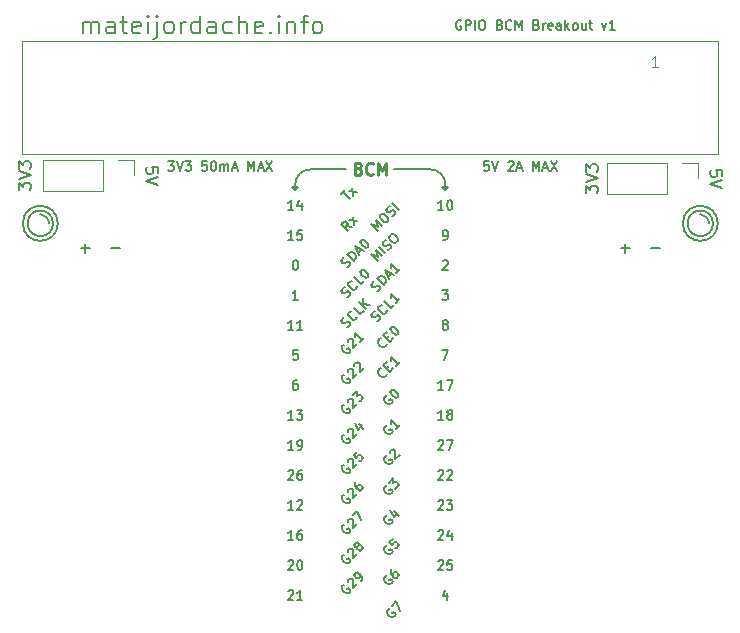
<source format=gbr>
G04 #@! TF.FileFunction,Legend,Top*
%FSLAX46Y46*%
G04 Gerber Fmt 4.6, Leading zero omitted, Abs format (unit mm)*
G04 Created by KiCad (PCBNEW 4.0.7-e2-6376~61~ubuntu18.04.1) date Thu Jan 17 03:08:45 2019*
%MOMM*%
%LPD*%
G01*
G04 APERTURE LIST*
%ADD10C,0.100000*%
%ADD11C,0.150000*%
%ADD12C,0.200000*%
%ADD13C,0.250000*%
%ADD14C,0.120000*%
G04 APERTURE END LIST*
D10*
D11*
X156083334Y-74745905D02*
X155702381Y-74745905D01*
X155664286Y-75126857D01*
X155702381Y-75088762D01*
X155778572Y-75050667D01*
X155969048Y-75050667D01*
X156045238Y-75088762D01*
X156083334Y-75126857D01*
X156121429Y-75203048D01*
X156121429Y-75393524D01*
X156083334Y-75469714D01*
X156045238Y-75507810D01*
X155969048Y-75545905D01*
X155778572Y-75545905D01*
X155702381Y-75507810D01*
X155664286Y-75469714D01*
X156350000Y-74745905D02*
X156616667Y-75545905D01*
X156883334Y-74745905D01*
X157721429Y-74822095D02*
X157759524Y-74784000D01*
X157835715Y-74745905D01*
X158026191Y-74745905D01*
X158102381Y-74784000D01*
X158140477Y-74822095D01*
X158178572Y-74898286D01*
X158178572Y-74974476D01*
X158140477Y-75088762D01*
X157683334Y-75545905D01*
X158178572Y-75545905D01*
X158483334Y-75317333D02*
X158864286Y-75317333D01*
X158407143Y-75545905D02*
X158673810Y-74745905D01*
X158940477Y-75545905D01*
X159816667Y-75545905D02*
X159816667Y-74745905D01*
X160083334Y-75317333D01*
X160350001Y-74745905D01*
X160350001Y-75545905D01*
X160692858Y-75317333D02*
X161073810Y-75317333D01*
X160616667Y-75545905D02*
X160883334Y-74745905D01*
X161150001Y-75545905D01*
X161340477Y-74745905D02*
X161873810Y-75545905D01*
X161873810Y-74745905D02*
X161340477Y-75545905D01*
X128930952Y-74745905D02*
X129426190Y-74745905D01*
X129159523Y-75050667D01*
X129273809Y-75050667D01*
X129349999Y-75088762D01*
X129388095Y-75126857D01*
X129426190Y-75203048D01*
X129426190Y-75393524D01*
X129388095Y-75469714D01*
X129349999Y-75507810D01*
X129273809Y-75545905D01*
X129045237Y-75545905D01*
X128969047Y-75507810D01*
X128930952Y-75469714D01*
X129654761Y-74745905D02*
X129921428Y-75545905D01*
X130188095Y-74745905D01*
X130378571Y-74745905D02*
X130873809Y-74745905D01*
X130607142Y-75050667D01*
X130721428Y-75050667D01*
X130797618Y-75088762D01*
X130835714Y-75126857D01*
X130873809Y-75203048D01*
X130873809Y-75393524D01*
X130835714Y-75469714D01*
X130797618Y-75507810D01*
X130721428Y-75545905D01*
X130492856Y-75545905D01*
X130416666Y-75507810D01*
X130378571Y-75469714D01*
X132207143Y-74745905D02*
X131826190Y-74745905D01*
X131788095Y-75126857D01*
X131826190Y-75088762D01*
X131902381Y-75050667D01*
X132092857Y-75050667D01*
X132169047Y-75088762D01*
X132207143Y-75126857D01*
X132245238Y-75203048D01*
X132245238Y-75393524D01*
X132207143Y-75469714D01*
X132169047Y-75507810D01*
X132092857Y-75545905D01*
X131902381Y-75545905D01*
X131826190Y-75507810D01*
X131788095Y-75469714D01*
X132740476Y-74745905D02*
X132816667Y-74745905D01*
X132892857Y-74784000D01*
X132930952Y-74822095D01*
X132969048Y-74898286D01*
X133007143Y-75050667D01*
X133007143Y-75241143D01*
X132969048Y-75393524D01*
X132930952Y-75469714D01*
X132892857Y-75507810D01*
X132816667Y-75545905D01*
X132740476Y-75545905D01*
X132664286Y-75507810D01*
X132626190Y-75469714D01*
X132588095Y-75393524D01*
X132550000Y-75241143D01*
X132550000Y-75050667D01*
X132588095Y-74898286D01*
X132626190Y-74822095D01*
X132664286Y-74784000D01*
X132740476Y-74745905D01*
X133350000Y-75545905D02*
X133350000Y-75012571D01*
X133350000Y-75088762D02*
X133388095Y-75050667D01*
X133464286Y-75012571D01*
X133578572Y-75012571D01*
X133654762Y-75050667D01*
X133692857Y-75126857D01*
X133692857Y-75545905D01*
X133692857Y-75126857D02*
X133730953Y-75050667D01*
X133807143Y-75012571D01*
X133921429Y-75012571D01*
X133997619Y-75050667D01*
X134035714Y-75126857D01*
X134035714Y-75545905D01*
X134378572Y-75317333D02*
X134759524Y-75317333D01*
X134302381Y-75545905D02*
X134569048Y-74745905D01*
X134835715Y-75545905D01*
X135711905Y-75545905D02*
X135711905Y-74745905D01*
X135978572Y-75317333D01*
X136245239Y-74745905D01*
X136245239Y-75545905D01*
X136588096Y-75317333D02*
X136969048Y-75317333D01*
X136511905Y-75545905D02*
X136778572Y-74745905D01*
X137045239Y-75545905D01*
X137235715Y-74745905D02*
X137769048Y-75545905D01*
X137769048Y-74745905D02*
X137235715Y-75545905D01*
D12*
X140970000Y-75438000D02*
X144018000Y-75438000D01*
X151130000Y-75438000D02*
X148082000Y-75438000D01*
X139446000Y-76962000D02*
X139700000Y-77216000D01*
X139954000Y-76962000D02*
X139446000Y-76962000D01*
X139700000Y-77216000D02*
X139954000Y-76962000D01*
X139700000Y-76708000D02*
X139700000Y-77216000D01*
X152400000Y-77216000D02*
X152400000Y-76962000D01*
X152146000Y-76962000D02*
X152400000Y-77216000D01*
X152654000Y-76962000D02*
X152146000Y-76962000D01*
X152400000Y-77216000D02*
X152654000Y-76962000D01*
X152400000Y-76708000D02*
X152400000Y-77216000D01*
X140970000Y-75438000D02*
G75*
G03X139700000Y-76708000I0J-1270000D01*
G01*
X152400000Y-76708000D02*
G75*
G03X151130000Y-75438000I-1270000J0D01*
G01*
X174752000Y-80010000D02*
G75*
G03X173990000Y-79248000I-762000J0D01*
G01*
X175067631Y-80010000D02*
G75*
G03X175067631Y-80010000I-1077631J0D01*
G01*
X175471062Y-80010000D02*
G75*
G03X175471062Y-80010000I-1481062J0D01*
G01*
X153734285Y-62846000D02*
X153658094Y-62807905D01*
X153543809Y-62807905D01*
X153429523Y-62846000D01*
X153353332Y-62922190D01*
X153315237Y-62998381D01*
X153277142Y-63150762D01*
X153277142Y-63265048D01*
X153315237Y-63417429D01*
X153353332Y-63493619D01*
X153429523Y-63569810D01*
X153543809Y-63607905D01*
X153619999Y-63607905D01*
X153734285Y-63569810D01*
X153772380Y-63531714D01*
X153772380Y-63265048D01*
X153619999Y-63265048D01*
X154115237Y-63607905D02*
X154115237Y-62807905D01*
X154419999Y-62807905D01*
X154496190Y-62846000D01*
X154534285Y-62884095D01*
X154572380Y-62960286D01*
X154572380Y-63074571D01*
X154534285Y-63150762D01*
X154496190Y-63188857D01*
X154419999Y-63226952D01*
X154115237Y-63226952D01*
X154915237Y-63607905D02*
X154915237Y-62807905D01*
X155448570Y-62807905D02*
X155600951Y-62807905D01*
X155677142Y-62846000D01*
X155753332Y-62922190D01*
X155791427Y-63074571D01*
X155791427Y-63341238D01*
X155753332Y-63493619D01*
X155677142Y-63569810D01*
X155600951Y-63607905D01*
X155448570Y-63607905D01*
X155372380Y-63569810D01*
X155296189Y-63493619D01*
X155258094Y-63341238D01*
X155258094Y-63074571D01*
X155296189Y-62922190D01*
X155372380Y-62846000D01*
X155448570Y-62807905D01*
X157010475Y-63188857D02*
X157124761Y-63226952D01*
X157162856Y-63265048D01*
X157200951Y-63341238D01*
X157200951Y-63455524D01*
X157162856Y-63531714D01*
X157124761Y-63569810D01*
X157048570Y-63607905D01*
X156743808Y-63607905D01*
X156743808Y-62807905D01*
X157010475Y-62807905D01*
X157086665Y-62846000D01*
X157124761Y-62884095D01*
X157162856Y-62960286D01*
X157162856Y-63036476D01*
X157124761Y-63112667D01*
X157086665Y-63150762D01*
X157010475Y-63188857D01*
X156743808Y-63188857D01*
X158000951Y-63531714D02*
X157962856Y-63569810D01*
X157848570Y-63607905D01*
X157772380Y-63607905D01*
X157658094Y-63569810D01*
X157581903Y-63493619D01*
X157543808Y-63417429D01*
X157505713Y-63265048D01*
X157505713Y-63150762D01*
X157543808Y-62998381D01*
X157581903Y-62922190D01*
X157658094Y-62846000D01*
X157772380Y-62807905D01*
X157848570Y-62807905D01*
X157962856Y-62846000D01*
X158000951Y-62884095D01*
X158343808Y-63607905D02*
X158343808Y-62807905D01*
X158610475Y-63379333D01*
X158877142Y-62807905D01*
X158877142Y-63607905D01*
X160134285Y-63188857D02*
X160248571Y-63226952D01*
X160286666Y-63265048D01*
X160324761Y-63341238D01*
X160324761Y-63455524D01*
X160286666Y-63531714D01*
X160248571Y-63569810D01*
X160172380Y-63607905D01*
X159867618Y-63607905D01*
X159867618Y-62807905D01*
X160134285Y-62807905D01*
X160210475Y-62846000D01*
X160248571Y-62884095D01*
X160286666Y-62960286D01*
X160286666Y-63036476D01*
X160248571Y-63112667D01*
X160210475Y-63150762D01*
X160134285Y-63188857D01*
X159867618Y-63188857D01*
X160667618Y-63607905D02*
X160667618Y-63074571D01*
X160667618Y-63226952D02*
X160705713Y-63150762D01*
X160743809Y-63112667D01*
X160819999Y-63074571D01*
X160896190Y-63074571D01*
X161467618Y-63569810D02*
X161391428Y-63607905D01*
X161239047Y-63607905D01*
X161162856Y-63569810D01*
X161124761Y-63493619D01*
X161124761Y-63188857D01*
X161162856Y-63112667D01*
X161239047Y-63074571D01*
X161391428Y-63074571D01*
X161467618Y-63112667D01*
X161505713Y-63188857D01*
X161505713Y-63265048D01*
X161124761Y-63341238D01*
X162191427Y-63607905D02*
X162191427Y-63188857D01*
X162153332Y-63112667D01*
X162077142Y-63074571D01*
X161924761Y-63074571D01*
X161848570Y-63112667D01*
X162191427Y-63569810D02*
X162115237Y-63607905D01*
X161924761Y-63607905D01*
X161848570Y-63569810D01*
X161810475Y-63493619D01*
X161810475Y-63417429D01*
X161848570Y-63341238D01*
X161924761Y-63303143D01*
X162115237Y-63303143D01*
X162191427Y-63265048D01*
X162572380Y-63607905D02*
X162572380Y-62807905D01*
X162648571Y-63303143D02*
X162877142Y-63607905D01*
X162877142Y-63074571D02*
X162572380Y-63379333D01*
X163334285Y-63607905D02*
X163258094Y-63569810D01*
X163219999Y-63531714D01*
X163181904Y-63455524D01*
X163181904Y-63226952D01*
X163219999Y-63150762D01*
X163258094Y-63112667D01*
X163334285Y-63074571D01*
X163448571Y-63074571D01*
X163524761Y-63112667D01*
X163562856Y-63150762D01*
X163600952Y-63226952D01*
X163600952Y-63455524D01*
X163562856Y-63531714D01*
X163524761Y-63569810D01*
X163448571Y-63607905D01*
X163334285Y-63607905D01*
X164286666Y-63074571D02*
X164286666Y-63607905D01*
X163943809Y-63074571D02*
X163943809Y-63493619D01*
X163981904Y-63569810D01*
X164058095Y-63607905D01*
X164172381Y-63607905D01*
X164248571Y-63569810D01*
X164286666Y-63531714D01*
X164553333Y-63074571D02*
X164858095Y-63074571D01*
X164667619Y-62807905D02*
X164667619Y-63493619D01*
X164705714Y-63569810D01*
X164781905Y-63607905D01*
X164858095Y-63607905D01*
X165658096Y-63074571D02*
X165848572Y-63607905D01*
X166039048Y-63074571D01*
X166762858Y-63607905D02*
X166305715Y-63607905D01*
X166534286Y-63607905D02*
X166534286Y-62807905D01*
X166458096Y-62922190D01*
X166381905Y-62998381D01*
X166305715Y-63036476D01*
X118872000Y-80010000D02*
G75*
G03X118110000Y-79248000I-762000J0D01*
G01*
X119187631Y-80010000D02*
G75*
G03X119187631Y-80010000I-1077631J0D01*
G01*
X119591062Y-80010000D02*
G75*
G03X119591062Y-80010000I-1481062J0D01*
G01*
D13*
X145050001Y-75366571D02*
X145192858Y-75414190D01*
X145240477Y-75461810D01*
X145288096Y-75557048D01*
X145288096Y-75699905D01*
X145240477Y-75795143D01*
X145192858Y-75842762D01*
X145097620Y-75890381D01*
X144716667Y-75890381D01*
X144716667Y-74890381D01*
X145050001Y-74890381D01*
X145145239Y-74938000D01*
X145192858Y-74985619D01*
X145240477Y-75080857D01*
X145240477Y-75176095D01*
X145192858Y-75271333D01*
X145145239Y-75318952D01*
X145050001Y-75366571D01*
X144716667Y-75366571D01*
X146288096Y-75795143D02*
X146240477Y-75842762D01*
X146097620Y-75890381D01*
X146002382Y-75890381D01*
X145859524Y-75842762D01*
X145764286Y-75747524D01*
X145716667Y-75652286D01*
X145669048Y-75461810D01*
X145669048Y-75318952D01*
X145716667Y-75128476D01*
X145764286Y-75033238D01*
X145859524Y-74938000D01*
X146002382Y-74890381D01*
X146097620Y-74890381D01*
X146240477Y-74938000D01*
X146288096Y-74985619D01*
X146716667Y-75890381D02*
X146716667Y-74890381D01*
X147050001Y-75604667D01*
X147383334Y-74890381D01*
X147383334Y-75890381D01*
D11*
X143852565Y-105517750D02*
X143771753Y-105544688D01*
X143690941Y-105625499D01*
X143637066Y-105733249D01*
X143637065Y-105840999D01*
X143664003Y-105921811D01*
X143744815Y-106056498D01*
X143825628Y-106137310D01*
X143960315Y-106218123D01*
X144041126Y-106245060D01*
X144148877Y-106245060D01*
X144256626Y-106191185D01*
X144310501Y-106137310D01*
X144364376Y-106029561D01*
X144364375Y-105975685D01*
X144175814Y-105787124D01*
X144068064Y-105894874D01*
X144121939Y-105302250D02*
X144121939Y-105248376D01*
X144148877Y-105167563D01*
X144283563Y-105032877D01*
X144364375Y-105005939D01*
X144418250Y-105005939D01*
X144499063Y-105032877D01*
X144552937Y-105086751D01*
X144606812Y-105194501D01*
X144606812Y-105840999D01*
X144956999Y-105490812D01*
X144579875Y-104736565D02*
X144956999Y-104359442D01*
X145280247Y-105167563D01*
X143852565Y-108057750D02*
X143771753Y-108084688D01*
X143690941Y-108165499D01*
X143637066Y-108273249D01*
X143637065Y-108380999D01*
X143664003Y-108461811D01*
X143744815Y-108596498D01*
X143825628Y-108677310D01*
X143960315Y-108758123D01*
X144041126Y-108785060D01*
X144148877Y-108785060D01*
X144256626Y-108731185D01*
X144310501Y-108677310D01*
X144364376Y-108569561D01*
X144364375Y-108515685D01*
X144175814Y-108327124D01*
X144068064Y-108434874D01*
X144121939Y-107842250D02*
X144121939Y-107788376D01*
X144148877Y-107707563D01*
X144283563Y-107572877D01*
X144364375Y-107545939D01*
X144418250Y-107545939D01*
X144499063Y-107572877D01*
X144552937Y-107626751D01*
X144606812Y-107734501D01*
X144606812Y-108380999D01*
X144956999Y-108030812D01*
X144956999Y-107384315D02*
X144876186Y-107411253D01*
X144822311Y-107411252D01*
X144741499Y-107384315D01*
X144714562Y-107357377D01*
X144687624Y-107276565D01*
X144687624Y-107222690D01*
X144714562Y-107141878D01*
X144822312Y-107034128D01*
X144903123Y-107007191D01*
X144956999Y-107007190D01*
X145037811Y-107034128D01*
X145064748Y-107061066D01*
X145091685Y-107141877D01*
X145091685Y-107195753D01*
X145064748Y-107276565D01*
X144956999Y-107384315D01*
X144930061Y-107465127D01*
X144930061Y-107519001D01*
X144956999Y-107599814D01*
X145064748Y-107707563D01*
X145145560Y-107734501D01*
X145199435Y-107734501D01*
X145280247Y-107707563D01*
X145387997Y-107599814D01*
X145414934Y-107519002D01*
X145414934Y-107465126D01*
X145387997Y-107384315D01*
X145280247Y-107276565D01*
X145199435Y-107249627D01*
X145145560Y-107249628D01*
X145064748Y-107276565D01*
X147423939Y-109820375D02*
X147343127Y-109847313D01*
X147262315Y-109928125D01*
X147208440Y-110035874D01*
X147208439Y-110143624D01*
X147235377Y-110224437D01*
X147316190Y-110359123D01*
X147397002Y-110439936D01*
X147531689Y-110520748D01*
X147612501Y-110547685D01*
X147720251Y-110547685D01*
X147828001Y-110493810D01*
X147881875Y-110439936D01*
X147935750Y-110332186D01*
X147935750Y-110278311D01*
X147747188Y-110089750D01*
X147639439Y-110197499D01*
X147908812Y-109281628D02*
X147801063Y-109389377D01*
X147774126Y-109470189D01*
X147774126Y-109524064D01*
X147801063Y-109658751D01*
X147881875Y-109793438D01*
X148097374Y-110008937D01*
X148178186Y-110035874D01*
X148232061Y-110035875D01*
X148312874Y-110008937D01*
X148420623Y-109901188D01*
X148447561Y-109820376D01*
X148447561Y-109766500D01*
X148420623Y-109685688D01*
X148285936Y-109551001D01*
X148205124Y-109524064D01*
X148151249Y-109524064D01*
X148070437Y-109551001D01*
X147962688Y-109658751D01*
X147935750Y-109739563D01*
X147935750Y-109793438D01*
X147962688Y-109874250D01*
X147423939Y-107280375D02*
X147343127Y-107307313D01*
X147262315Y-107388125D01*
X147208440Y-107495874D01*
X147208439Y-107603624D01*
X147235377Y-107684437D01*
X147316190Y-107819123D01*
X147397002Y-107899936D01*
X147531689Y-107980748D01*
X147612501Y-108007685D01*
X147720251Y-108007685D01*
X147828001Y-107953810D01*
X147881875Y-107899936D01*
X147935750Y-107792186D01*
X147935750Y-107738311D01*
X147747188Y-107549750D01*
X147639439Y-107657499D01*
X147935750Y-106714690D02*
X147666376Y-106984064D01*
X147908812Y-107280375D01*
X147908812Y-107226501D01*
X147935750Y-107145688D01*
X148070437Y-107011001D01*
X148151249Y-106984064D01*
X148205124Y-106984064D01*
X148285936Y-107011001D01*
X148420623Y-107145688D01*
X148447561Y-107226500D01*
X148447561Y-107280376D01*
X148420623Y-107361188D01*
X148285936Y-107495874D01*
X148205124Y-107522812D01*
X148151249Y-107522812D01*
X147423939Y-104740375D02*
X147343127Y-104767313D01*
X147262315Y-104848125D01*
X147208440Y-104955874D01*
X147208439Y-105063624D01*
X147235377Y-105144437D01*
X147316190Y-105279123D01*
X147397002Y-105359936D01*
X147531689Y-105440748D01*
X147612501Y-105467685D01*
X147720251Y-105467685D01*
X147828001Y-105413810D01*
X147881875Y-105359936D01*
X147935750Y-105252186D01*
X147935750Y-105198311D01*
X147747188Y-105009750D01*
X147639439Y-105117499D01*
X148097374Y-104390189D02*
X148474498Y-104767313D01*
X147747188Y-104309377D02*
X148016562Y-104848125D01*
X148366748Y-104497939D01*
X143852565Y-102977750D02*
X143771753Y-103004688D01*
X143690941Y-103085499D01*
X143637066Y-103193249D01*
X143637065Y-103300999D01*
X143664003Y-103381811D01*
X143744815Y-103516498D01*
X143825628Y-103597310D01*
X143960315Y-103678123D01*
X144041126Y-103705060D01*
X144148877Y-103705060D01*
X144256626Y-103651185D01*
X144310501Y-103597310D01*
X144364376Y-103489561D01*
X144364375Y-103435685D01*
X144175814Y-103247124D01*
X144068064Y-103354874D01*
X144121939Y-102762250D02*
X144121939Y-102708376D01*
X144148877Y-102627563D01*
X144283563Y-102492877D01*
X144364375Y-102465939D01*
X144418250Y-102465939D01*
X144499063Y-102492877D01*
X144552937Y-102546751D01*
X144606812Y-102654501D01*
X144606812Y-103300999D01*
X144956999Y-102950812D01*
X144876186Y-101900254D02*
X144768437Y-102008004D01*
X144741499Y-102088815D01*
X144741499Y-102142690D01*
X144768437Y-102277377D01*
X144849249Y-102412064D01*
X145064748Y-102627563D01*
X145145560Y-102654501D01*
X145199435Y-102654501D01*
X145280247Y-102627563D01*
X145387997Y-102519814D01*
X145414934Y-102439002D01*
X145414934Y-102385126D01*
X145387997Y-102304315D01*
X145253310Y-102169628D01*
X145172498Y-102142690D01*
X145118623Y-102142690D01*
X145037811Y-102169628D01*
X144930061Y-102277377D01*
X144903123Y-102358190D01*
X144903123Y-102412064D01*
X144930061Y-102492877D01*
X139547619Y-104247905D02*
X139090476Y-104247905D01*
X139319047Y-104247905D02*
X139319047Y-103447905D01*
X139242857Y-103562190D01*
X139166666Y-103638381D01*
X139090476Y-103676476D01*
X139852381Y-103524095D02*
X139890476Y-103486000D01*
X139966667Y-103447905D01*
X140157143Y-103447905D01*
X140233333Y-103486000D01*
X140271429Y-103524095D01*
X140309524Y-103600286D01*
X140309524Y-103676476D01*
X140271429Y-103790762D01*
X139814286Y-104247905D01*
X140309524Y-104247905D01*
X139547619Y-106787905D02*
X139090476Y-106787905D01*
X139319047Y-106787905D02*
X139319047Y-105987905D01*
X139242857Y-106102190D01*
X139166666Y-106178381D01*
X139090476Y-106216476D01*
X140233333Y-105987905D02*
X140080952Y-105987905D01*
X140004762Y-106026000D01*
X139966667Y-106064095D01*
X139890476Y-106178381D01*
X139852381Y-106330762D01*
X139852381Y-106635524D01*
X139890476Y-106711714D01*
X139928571Y-106749810D01*
X140004762Y-106787905D01*
X140157143Y-106787905D01*
X140233333Y-106749810D01*
X140271429Y-106711714D01*
X140309524Y-106635524D01*
X140309524Y-106445048D01*
X140271429Y-106368857D01*
X140233333Y-106330762D01*
X140157143Y-106292667D01*
X140004762Y-106292667D01*
X139928571Y-106330762D01*
X139890476Y-106368857D01*
X139852381Y-106445048D01*
X139090476Y-108604095D02*
X139128571Y-108566000D01*
X139204762Y-108527905D01*
X139395238Y-108527905D01*
X139471428Y-108566000D01*
X139509524Y-108604095D01*
X139547619Y-108680286D01*
X139547619Y-108756476D01*
X139509524Y-108870762D01*
X139052381Y-109327905D01*
X139547619Y-109327905D01*
X140042857Y-108527905D02*
X140119048Y-108527905D01*
X140195238Y-108566000D01*
X140233333Y-108604095D01*
X140271429Y-108680286D01*
X140309524Y-108832667D01*
X140309524Y-109023143D01*
X140271429Y-109175524D01*
X140233333Y-109251714D01*
X140195238Y-109289810D01*
X140119048Y-109327905D01*
X140042857Y-109327905D01*
X139966667Y-109289810D01*
X139928571Y-109251714D01*
X139890476Y-109175524D01*
X139852381Y-109023143D01*
X139852381Y-108832667D01*
X139890476Y-108680286D01*
X139928571Y-108604095D01*
X139966667Y-108566000D01*
X140042857Y-108527905D01*
X139090476Y-111144095D02*
X139128571Y-111106000D01*
X139204762Y-111067905D01*
X139395238Y-111067905D01*
X139471428Y-111106000D01*
X139509524Y-111144095D01*
X139547619Y-111220286D01*
X139547619Y-111296476D01*
X139509524Y-111410762D01*
X139052381Y-111867905D01*
X139547619Y-111867905D01*
X140309524Y-111867905D02*
X139852381Y-111867905D01*
X140080952Y-111867905D02*
X140080952Y-111067905D01*
X140004762Y-111182190D01*
X139928571Y-111258381D01*
X139852381Y-111296476D01*
X143852565Y-110597750D02*
X143771753Y-110624688D01*
X143690941Y-110705499D01*
X143637066Y-110813249D01*
X143637065Y-110920999D01*
X143664003Y-111001811D01*
X143744815Y-111136498D01*
X143825628Y-111217310D01*
X143960315Y-111298123D01*
X144041126Y-111325060D01*
X144148877Y-111325060D01*
X144256626Y-111271185D01*
X144310501Y-111217310D01*
X144364376Y-111109561D01*
X144364375Y-111055685D01*
X144175814Y-110867124D01*
X144068064Y-110974874D01*
X144121939Y-110382250D02*
X144121939Y-110328376D01*
X144148877Y-110247563D01*
X144283563Y-110112877D01*
X144364375Y-110085939D01*
X144418250Y-110085939D01*
X144499063Y-110112877D01*
X144552937Y-110166751D01*
X144606812Y-110274501D01*
X144606812Y-110920999D01*
X144956999Y-110570812D01*
X145226372Y-110301439D02*
X145334122Y-110193689D01*
X145361060Y-110112877D01*
X145361059Y-110059001D01*
X145334123Y-109924315D01*
X145253310Y-109789628D01*
X145037811Y-109574128D01*
X144956999Y-109547190D01*
X144903123Y-109547191D01*
X144822312Y-109574128D01*
X144714562Y-109681878D01*
X144687624Y-109762690D01*
X144687624Y-109816565D01*
X144714562Y-109897377D01*
X144849249Y-110032064D01*
X144930061Y-110059001D01*
X144983936Y-110059002D01*
X145064748Y-110032064D01*
X145172498Y-109924315D01*
X145199435Y-109843503D01*
X145199435Y-109789627D01*
X145172498Y-109708815D01*
X147677939Y-112614375D02*
X147597127Y-112641313D01*
X147516315Y-112722125D01*
X147462440Y-112829874D01*
X147462439Y-112937624D01*
X147489377Y-113018437D01*
X147570190Y-113153123D01*
X147651002Y-113233936D01*
X147785689Y-113314748D01*
X147866501Y-113341685D01*
X147974251Y-113341685D01*
X148082001Y-113287810D01*
X148135875Y-113233936D01*
X148189750Y-113126186D01*
X148189750Y-113072311D01*
X148001188Y-112883750D01*
X147893439Y-112991499D01*
X147866501Y-112371939D02*
X148243625Y-111994815D01*
X148566874Y-112802937D01*
X152552381Y-111334571D02*
X152552381Y-111867905D01*
X152361905Y-111029810D02*
X152171429Y-111601238D01*
X152666667Y-111601238D01*
X151790476Y-108604095D02*
X151828571Y-108566000D01*
X151904762Y-108527905D01*
X152095238Y-108527905D01*
X152171428Y-108566000D01*
X152209524Y-108604095D01*
X152247619Y-108680286D01*
X152247619Y-108756476D01*
X152209524Y-108870762D01*
X151752381Y-109327905D01*
X152247619Y-109327905D01*
X152971429Y-108527905D02*
X152590476Y-108527905D01*
X152552381Y-108908857D01*
X152590476Y-108870762D01*
X152666667Y-108832667D01*
X152857143Y-108832667D01*
X152933333Y-108870762D01*
X152971429Y-108908857D01*
X153009524Y-108985048D01*
X153009524Y-109175524D01*
X152971429Y-109251714D01*
X152933333Y-109289810D01*
X152857143Y-109327905D01*
X152666667Y-109327905D01*
X152590476Y-109289810D01*
X152552381Y-109251714D01*
X151790476Y-106064095D02*
X151828571Y-106026000D01*
X151904762Y-105987905D01*
X152095238Y-105987905D01*
X152171428Y-106026000D01*
X152209524Y-106064095D01*
X152247619Y-106140286D01*
X152247619Y-106216476D01*
X152209524Y-106330762D01*
X151752381Y-106787905D01*
X152247619Y-106787905D01*
X152933333Y-106254571D02*
X152933333Y-106787905D01*
X152742857Y-105949810D02*
X152552381Y-106521238D01*
X153047619Y-106521238D01*
X151790476Y-103524095D02*
X151828571Y-103486000D01*
X151904762Y-103447905D01*
X152095238Y-103447905D01*
X152171428Y-103486000D01*
X152209524Y-103524095D01*
X152247619Y-103600286D01*
X152247619Y-103676476D01*
X152209524Y-103790762D01*
X151752381Y-104247905D01*
X152247619Y-104247905D01*
X152514286Y-103447905D02*
X153009524Y-103447905D01*
X152742857Y-103752667D01*
X152857143Y-103752667D01*
X152933333Y-103790762D01*
X152971429Y-103828857D01*
X153009524Y-103905048D01*
X153009524Y-104095524D01*
X152971429Y-104171714D01*
X152933333Y-104209810D01*
X152857143Y-104247905D01*
X152628571Y-104247905D01*
X152552381Y-104209810D01*
X152514286Y-104171714D01*
X151790476Y-100984095D02*
X151828571Y-100946000D01*
X151904762Y-100907905D01*
X152095238Y-100907905D01*
X152171428Y-100946000D01*
X152209524Y-100984095D01*
X152247619Y-101060286D01*
X152247619Y-101136476D01*
X152209524Y-101250762D01*
X151752381Y-101707905D01*
X152247619Y-101707905D01*
X152552381Y-100984095D02*
X152590476Y-100946000D01*
X152666667Y-100907905D01*
X152857143Y-100907905D01*
X152933333Y-100946000D01*
X152971429Y-100984095D01*
X153009524Y-101060286D01*
X153009524Y-101136476D01*
X152971429Y-101250762D01*
X152514286Y-101707905D01*
X153009524Y-101707905D01*
X152171429Y-83204095D02*
X152209524Y-83166000D01*
X152285715Y-83127905D01*
X152476191Y-83127905D01*
X152552381Y-83166000D01*
X152590477Y-83204095D01*
X152628572Y-83280286D01*
X152628572Y-83356476D01*
X152590477Y-83470762D01*
X152133334Y-83927905D01*
X152628572Y-83927905D01*
X152247619Y-81387905D02*
X152400000Y-81387905D01*
X152476191Y-81349810D01*
X152514286Y-81311714D01*
X152590477Y-81197429D01*
X152628572Y-81045048D01*
X152628572Y-80740286D01*
X152590477Y-80664095D01*
X152552381Y-80626000D01*
X152476191Y-80587905D01*
X152323810Y-80587905D01*
X152247619Y-80626000D01*
X152209524Y-80664095D01*
X152171429Y-80740286D01*
X152171429Y-80930762D01*
X152209524Y-81006952D01*
X152247619Y-81045048D01*
X152323810Y-81083143D01*
X152476191Y-81083143D01*
X152552381Y-81045048D01*
X152590477Y-81006952D01*
X152628572Y-80930762D01*
X152247619Y-78847905D02*
X151790476Y-78847905D01*
X152019047Y-78847905D02*
X152019047Y-78047905D01*
X151942857Y-78162190D01*
X151866666Y-78238381D01*
X151790476Y-78276476D01*
X152742857Y-78047905D02*
X152819048Y-78047905D01*
X152895238Y-78086000D01*
X152933333Y-78124095D01*
X152971429Y-78200286D01*
X153009524Y-78352667D01*
X153009524Y-78543143D01*
X152971429Y-78695524D01*
X152933333Y-78771714D01*
X152895238Y-78809810D01*
X152819048Y-78847905D01*
X152742857Y-78847905D01*
X152666667Y-78809810D01*
X152628571Y-78771714D01*
X152590476Y-78695524D01*
X152552381Y-78543143D01*
X152552381Y-78352667D01*
X152590476Y-78200286D01*
X152628571Y-78124095D01*
X152666667Y-78086000D01*
X152742857Y-78047905D01*
X146686971Y-80646840D02*
X146121286Y-80081154D01*
X146713908Y-80296653D01*
X146498410Y-79704030D01*
X147064095Y-80269716D01*
X146875533Y-79326907D02*
X146983283Y-79219157D01*
X147064095Y-79192219D01*
X147171844Y-79192219D01*
X147306531Y-79273032D01*
X147495093Y-79461594D01*
X147575905Y-79596281D01*
X147575906Y-79704030D01*
X147548968Y-79784843D01*
X147441219Y-79892592D01*
X147360407Y-79919530D01*
X147252657Y-79919530D01*
X147117970Y-79838717D01*
X146929408Y-79650155D01*
X146848595Y-79515468D01*
X146848596Y-79407719D01*
X146875533Y-79326907D01*
X147872217Y-79407719D02*
X147979967Y-79353844D01*
X148114654Y-79219157D01*
X148141591Y-79138346D01*
X148141591Y-79084470D01*
X148114654Y-79003658D01*
X148060778Y-78949783D01*
X147979967Y-78922846D01*
X147926092Y-78922846D01*
X147845279Y-78949783D01*
X147710592Y-79030595D01*
X147629780Y-79057533D01*
X147575905Y-79057533D01*
X147495093Y-79030595D01*
X147441219Y-78976721D01*
X147414281Y-78895908D01*
X147414281Y-78842034D01*
X147441219Y-78761222D01*
X147575905Y-78626535D01*
X147683655Y-78572659D01*
X148464840Y-78868971D02*
X147899154Y-78303286D01*
X146686971Y-83186840D02*
X146121286Y-82621154D01*
X146713908Y-82836653D01*
X146498410Y-82244030D01*
X147064095Y-82809716D01*
X147333469Y-82540342D02*
X146767784Y-81974657D01*
X147548968Y-82270968D02*
X147656718Y-82217093D01*
X147791405Y-82082406D01*
X147818342Y-82001595D01*
X147818342Y-81947719D01*
X147791405Y-81866907D01*
X147737530Y-81813032D01*
X147656718Y-81786095D01*
X147602843Y-81786095D01*
X147522030Y-81813032D01*
X147387343Y-81893844D01*
X147306531Y-81920782D01*
X147252657Y-81920782D01*
X147171844Y-81893844D01*
X147117970Y-81839970D01*
X147091032Y-81759157D01*
X147091032Y-81705283D01*
X147117970Y-81624470D01*
X147252657Y-81489784D01*
X147360406Y-81435908D01*
X147683655Y-81058785D02*
X147791405Y-80951035D01*
X147872217Y-80924097D01*
X147979966Y-80924097D01*
X148114653Y-81004910D01*
X148303215Y-81193472D01*
X148384027Y-81328159D01*
X148384028Y-81435908D01*
X148357090Y-81516721D01*
X148249341Y-81624470D01*
X148168529Y-81651408D01*
X148060778Y-81651408D01*
X147926092Y-81570595D01*
X147737530Y-81382033D01*
X147656717Y-81247346D01*
X147656718Y-81139597D01*
X147683655Y-81058785D01*
X146592690Y-85767246D02*
X146700440Y-85713371D01*
X146835127Y-85578684D01*
X146862064Y-85497872D01*
X146862064Y-85443996D01*
X146835127Y-85363185D01*
X146781252Y-85309310D01*
X146700440Y-85282372D01*
X146646565Y-85282373D01*
X146565753Y-85309310D01*
X146431066Y-85390122D01*
X146350253Y-85417060D01*
X146296379Y-85417060D01*
X146215566Y-85390122D01*
X146161692Y-85336247D01*
X146134754Y-85255435D01*
X146134754Y-85201561D01*
X146161692Y-85120748D01*
X146296379Y-84986061D01*
X146404128Y-84932186D01*
X147185313Y-85228498D02*
X146619628Y-84662812D01*
X146754315Y-84528126D01*
X146862064Y-84474250D01*
X146969814Y-84474250D01*
X147050626Y-84501188D01*
X147185313Y-84582000D01*
X147266126Y-84662812D01*
X147346938Y-84797499D01*
X147373875Y-84878311D01*
X147373875Y-84986061D01*
X147320000Y-85093811D01*
X147185313Y-85228498D01*
X147562437Y-84528125D02*
X147831810Y-84258751D01*
X147670186Y-84743625D02*
X147293063Y-83989377D01*
X148047310Y-84366501D01*
X148532183Y-83881628D02*
X148208934Y-84204877D01*
X148370558Y-84043253D02*
X147804873Y-83477567D01*
X147831810Y-83612253D01*
X147831810Y-83720004D01*
X147804873Y-83800815D01*
X151790476Y-98444095D02*
X151828571Y-98406000D01*
X151904762Y-98367905D01*
X152095238Y-98367905D01*
X152171428Y-98406000D01*
X152209524Y-98444095D01*
X152247619Y-98520286D01*
X152247619Y-98596476D01*
X152209524Y-98710762D01*
X151752381Y-99167905D01*
X152247619Y-99167905D01*
X152514286Y-98367905D02*
X153047619Y-98367905D01*
X152704762Y-99167905D01*
X152247619Y-96627905D02*
X151790476Y-96627905D01*
X152019047Y-96627905D02*
X152019047Y-95827905D01*
X151942857Y-95942190D01*
X151866666Y-96018381D01*
X151790476Y-96056476D01*
X152704762Y-96170762D02*
X152628571Y-96132667D01*
X152590476Y-96094571D01*
X152552381Y-96018381D01*
X152552381Y-95980286D01*
X152590476Y-95904095D01*
X152628571Y-95866000D01*
X152704762Y-95827905D01*
X152857143Y-95827905D01*
X152933333Y-95866000D01*
X152971429Y-95904095D01*
X153009524Y-95980286D01*
X153009524Y-96018381D01*
X152971429Y-96094571D01*
X152933333Y-96132667D01*
X152857143Y-96170762D01*
X152704762Y-96170762D01*
X152628571Y-96208857D01*
X152590476Y-96246952D01*
X152552381Y-96323143D01*
X152552381Y-96475524D01*
X152590476Y-96551714D01*
X152628571Y-96589810D01*
X152704762Y-96627905D01*
X152857143Y-96627905D01*
X152933333Y-96589810D01*
X152971429Y-96551714D01*
X153009524Y-96475524D01*
X153009524Y-96323143D01*
X152971429Y-96246952D01*
X152933333Y-96208857D01*
X152857143Y-96170762D01*
X152247619Y-94087905D02*
X151790476Y-94087905D01*
X152019047Y-94087905D02*
X152019047Y-93287905D01*
X151942857Y-93402190D01*
X151866666Y-93478381D01*
X151790476Y-93516476D01*
X152514286Y-93287905D02*
X153047619Y-93287905D01*
X152704762Y-94087905D01*
X152133334Y-90747905D02*
X152666667Y-90747905D01*
X152323810Y-91547905D01*
X152323810Y-88550762D02*
X152247619Y-88512667D01*
X152209524Y-88474571D01*
X152171429Y-88398381D01*
X152171429Y-88360286D01*
X152209524Y-88284095D01*
X152247619Y-88246000D01*
X152323810Y-88207905D01*
X152476191Y-88207905D01*
X152552381Y-88246000D01*
X152590477Y-88284095D01*
X152628572Y-88360286D01*
X152628572Y-88398381D01*
X152590477Y-88474571D01*
X152552381Y-88512667D01*
X152476191Y-88550762D01*
X152323810Y-88550762D01*
X152247619Y-88588857D01*
X152209524Y-88626952D01*
X152171429Y-88703143D01*
X152171429Y-88855524D01*
X152209524Y-88931714D01*
X152247619Y-88969810D01*
X152323810Y-89007905D01*
X152476191Y-89007905D01*
X152552381Y-88969810D01*
X152590477Y-88931714D01*
X152628572Y-88855524D01*
X152628572Y-88703143D01*
X152590477Y-88626952D01*
X152552381Y-88588857D01*
X152476191Y-88550762D01*
X152133334Y-85667905D02*
X152628572Y-85667905D01*
X152361905Y-85972667D01*
X152476191Y-85972667D01*
X152552381Y-86010762D01*
X152590477Y-86048857D01*
X152628572Y-86125048D01*
X152628572Y-86315524D01*
X152590477Y-86391714D01*
X152552381Y-86429810D01*
X152476191Y-86467905D01*
X152247619Y-86467905D01*
X152171429Y-86429810D01*
X152133334Y-86391714D01*
X147423939Y-102200375D02*
X147343127Y-102227313D01*
X147262315Y-102308125D01*
X147208440Y-102415874D01*
X147208439Y-102523624D01*
X147235377Y-102604437D01*
X147316190Y-102739123D01*
X147397002Y-102819936D01*
X147531689Y-102900748D01*
X147612501Y-102927685D01*
X147720251Y-102927685D01*
X147828001Y-102873810D01*
X147881875Y-102819936D01*
X147935750Y-102712186D01*
X147935750Y-102658311D01*
X147747188Y-102469750D01*
X147639439Y-102577499D01*
X147612501Y-101957939D02*
X147962688Y-101607753D01*
X147989625Y-102011814D01*
X148070437Y-101931001D01*
X148151249Y-101904064D01*
X148205124Y-101904064D01*
X148285936Y-101931001D01*
X148420623Y-102065688D01*
X148447561Y-102146500D01*
X148447561Y-102200376D01*
X148420623Y-102281188D01*
X148258999Y-102442812D01*
X148178187Y-102469750D01*
X148124312Y-102469749D01*
X147423939Y-99660375D02*
X147343127Y-99687313D01*
X147262315Y-99768125D01*
X147208440Y-99875874D01*
X147208439Y-99983624D01*
X147235377Y-100064437D01*
X147316190Y-100199123D01*
X147397002Y-100279936D01*
X147531689Y-100360748D01*
X147612501Y-100387685D01*
X147720251Y-100387685D01*
X147828001Y-100333810D01*
X147881875Y-100279936D01*
X147935750Y-100172186D01*
X147935750Y-100118311D01*
X147747188Y-99929750D01*
X147639439Y-100037499D01*
X147693313Y-99444876D02*
X147693313Y-99391001D01*
X147720251Y-99310189D01*
X147854938Y-99175502D01*
X147935750Y-99148565D01*
X147989625Y-99148564D01*
X148070437Y-99175502D01*
X148124312Y-99229377D01*
X148178187Y-99337126D01*
X148178187Y-99983624D01*
X148528373Y-99633438D01*
X147423939Y-97120375D02*
X147343127Y-97147313D01*
X147262315Y-97228125D01*
X147208440Y-97335874D01*
X147208439Y-97443624D01*
X147235377Y-97524437D01*
X147316190Y-97659123D01*
X147397002Y-97739936D01*
X147531689Y-97820748D01*
X147612501Y-97847685D01*
X147720251Y-97847685D01*
X147828001Y-97793810D01*
X147881875Y-97739936D01*
X147935750Y-97632186D01*
X147935750Y-97578311D01*
X147747188Y-97389750D01*
X147639439Y-97497499D01*
X148528373Y-97093438D02*
X148205124Y-97416687D01*
X148366748Y-97255063D02*
X147801063Y-96689377D01*
X147828000Y-96824064D01*
X147828000Y-96931814D01*
X147801063Y-97012626D01*
X147423939Y-94580375D02*
X147343127Y-94607313D01*
X147262315Y-94688125D01*
X147208440Y-94795874D01*
X147208439Y-94903624D01*
X147235377Y-94984437D01*
X147316190Y-95119123D01*
X147397002Y-95199936D01*
X147531689Y-95280748D01*
X147612501Y-95307685D01*
X147720251Y-95307685D01*
X147828001Y-95253810D01*
X147881875Y-95199936D01*
X147935750Y-95092186D01*
X147935750Y-95038311D01*
X147747188Y-94849750D01*
X147639439Y-94957499D01*
X147774126Y-94176315D02*
X147828001Y-94122439D01*
X147908812Y-94095502D01*
X147962687Y-94095502D01*
X148043500Y-94122439D01*
X148178187Y-94203252D01*
X148312874Y-94337939D01*
X148393686Y-94472626D01*
X148420623Y-94553438D01*
X148420623Y-94607313D01*
X148393686Y-94688125D01*
X148339811Y-94742000D01*
X148258999Y-94768937D01*
X148205123Y-94768937D01*
X148124312Y-94742000D01*
X147989625Y-94661188D01*
X147854938Y-94526501D01*
X147774126Y-94391814D01*
X147747188Y-94311001D01*
X147747188Y-94257126D01*
X147774126Y-94176315D01*
X147425844Y-92754216D02*
X147425845Y-92808092D01*
X147371970Y-92915841D01*
X147318095Y-92969716D01*
X147210346Y-93023591D01*
X147102595Y-93023591D01*
X147021784Y-92996654D01*
X146887097Y-92915841D01*
X146806284Y-92835029D01*
X146725472Y-92700342D01*
X146698534Y-92619530D01*
X146698535Y-92511780D01*
X146752410Y-92404030D01*
X146806284Y-92350156D01*
X146914034Y-92296281D01*
X146967908Y-92296281D01*
X147425844Y-92269343D02*
X147614406Y-92080781D01*
X147991530Y-92296281D02*
X147722156Y-92565655D01*
X147156470Y-91999970D01*
X147425845Y-91730595D01*
X148530278Y-91757532D02*
X148207030Y-92080781D01*
X148368654Y-91919157D02*
X147802968Y-91353472D01*
X147829905Y-91488158D01*
X147829905Y-91595908D01*
X147802968Y-91676720D01*
X147425844Y-90214216D02*
X147425845Y-90268092D01*
X147371970Y-90375841D01*
X147318095Y-90429716D01*
X147210346Y-90483591D01*
X147102595Y-90483591D01*
X147021784Y-90456654D01*
X146887097Y-90375841D01*
X146806284Y-90295029D01*
X146725472Y-90160342D01*
X146698534Y-90079530D01*
X146698535Y-89971780D01*
X146752410Y-89864030D01*
X146806284Y-89810156D01*
X146914034Y-89756281D01*
X146967908Y-89756281D01*
X147425844Y-89729343D02*
X147614406Y-89540781D01*
X147991530Y-89756281D02*
X147722156Y-90025655D01*
X147156470Y-89459970D01*
X147425845Y-89190595D01*
X147776031Y-88840409D02*
X147829906Y-88786534D01*
X147910718Y-88759597D01*
X147964592Y-88759597D01*
X148045405Y-88786534D01*
X148180092Y-88867346D01*
X148314779Y-89002033D01*
X148395592Y-89136720D01*
X148422528Y-89217532D01*
X148422529Y-89271408D01*
X148395592Y-89352219D01*
X148341716Y-89406095D01*
X148260905Y-89433032D01*
X148207029Y-89433032D01*
X148126217Y-89406095D01*
X147991530Y-89325282D01*
X147856843Y-89190595D01*
X147776031Y-89055908D01*
X147749093Y-88975096D01*
X147749094Y-88921221D01*
X147776031Y-88840409D01*
X146606159Y-88293777D02*
X146713909Y-88239902D01*
X146848596Y-88105215D01*
X146875533Y-88024403D01*
X146875533Y-87970527D01*
X146848596Y-87889716D01*
X146794721Y-87835841D01*
X146713909Y-87808903D01*
X146660034Y-87808904D01*
X146579222Y-87835841D01*
X146444535Y-87916653D01*
X146363722Y-87943591D01*
X146309848Y-87943591D01*
X146229035Y-87916653D01*
X146175161Y-87862778D01*
X146148223Y-87781966D01*
X146148223Y-87728092D01*
X146175161Y-87647279D01*
X146309848Y-87512592D01*
X146417597Y-87458717D01*
X147468156Y-87377905D02*
X147468157Y-87431780D01*
X147414281Y-87539530D01*
X147360407Y-87593404D01*
X147252657Y-87647279D01*
X147144907Y-87647279D01*
X147064095Y-87620342D01*
X146929408Y-87539530D01*
X146848596Y-87458717D01*
X146767784Y-87324030D01*
X146740846Y-87243218D01*
X146740846Y-87135468D01*
X146794721Y-87027719D01*
X146848596Y-86973844D01*
X146956346Y-86919969D01*
X147010220Y-86919969D01*
X148033842Y-86919969D02*
X147764468Y-87189343D01*
X147198782Y-86623658D01*
X148518715Y-86435096D02*
X148195466Y-86758345D01*
X148357090Y-86596721D02*
X147791405Y-86031035D01*
X147818342Y-86165722D01*
X147818342Y-86273472D01*
X147791405Y-86354284D01*
X139852381Y-93287905D02*
X139700000Y-93287905D01*
X139623810Y-93326000D01*
X139585715Y-93364095D01*
X139509524Y-93478381D01*
X139471429Y-93630762D01*
X139471429Y-93935524D01*
X139509524Y-94011714D01*
X139547619Y-94049810D01*
X139623810Y-94087905D01*
X139776191Y-94087905D01*
X139852381Y-94049810D01*
X139890477Y-94011714D01*
X139928572Y-93935524D01*
X139928572Y-93745048D01*
X139890477Y-93668857D01*
X139852381Y-93630762D01*
X139776191Y-93592667D01*
X139623810Y-93592667D01*
X139547619Y-93630762D01*
X139509524Y-93668857D01*
X139471429Y-93745048D01*
X139547619Y-96627905D02*
X139090476Y-96627905D01*
X139319047Y-96627905D02*
X139319047Y-95827905D01*
X139242857Y-95942190D01*
X139166666Y-96018381D01*
X139090476Y-96056476D01*
X139814286Y-95827905D02*
X140309524Y-95827905D01*
X140042857Y-96132667D01*
X140157143Y-96132667D01*
X140233333Y-96170762D01*
X140271429Y-96208857D01*
X140309524Y-96285048D01*
X140309524Y-96475524D01*
X140271429Y-96551714D01*
X140233333Y-96589810D01*
X140157143Y-96627905D01*
X139928571Y-96627905D01*
X139852381Y-96589810D01*
X139814286Y-96551714D01*
X139547619Y-99167905D02*
X139090476Y-99167905D01*
X139319047Y-99167905D02*
X139319047Y-98367905D01*
X139242857Y-98482190D01*
X139166666Y-98558381D01*
X139090476Y-98596476D01*
X139928571Y-99167905D02*
X140080952Y-99167905D01*
X140157143Y-99129810D01*
X140195238Y-99091714D01*
X140271429Y-98977429D01*
X140309524Y-98825048D01*
X140309524Y-98520286D01*
X140271429Y-98444095D01*
X140233333Y-98406000D01*
X140157143Y-98367905D01*
X140004762Y-98367905D01*
X139928571Y-98406000D01*
X139890476Y-98444095D01*
X139852381Y-98520286D01*
X139852381Y-98710762D01*
X139890476Y-98786952D01*
X139928571Y-98825048D01*
X140004762Y-98863143D01*
X140157143Y-98863143D01*
X140233333Y-98825048D01*
X140271429Y-98786952D01*
X140309524Y-98710762D01*
X139090476Y-100984095D02*
X139128571Y-100946000D01*
X139204762Y-100907905D01*
X139395238Y-100907905D01*
X139471428Y-100946000D01*
X139509524Y-100984095D01*
X139547619Y-101060286D01*
X139547619Y-101136476D01*
X139509524Y-101250762D01*
X139052381Y-101707905D01*
X139547619Y-101707905D01*
X140233333Y-100907905D02*
X140080952Y-100907905D01*
X140004762Y-100946000D01*
X139966667Y-100984095D01*
X139890476Y-101098381D01*
X139852381Y-101250762D01*
X139852381Y-101555524D01*
X139890476Y-101631714D01*
X139928571Y-101669810D01*
X140004762Y-101707905D01*
X140157143Y-101707905D01*
X140233333Y-101669810D01*
X140271429Y-101631714D01*
X140309524Y-101555524D01*
X140309524Y-101365048D01*
X140271429Y-101288857D01*
X140233333Y-101250762D01*
X140157143Y-101212667D01*
X140004762Y-101212667D01*
X139928571Y-101250762D01*
X139890476Y-101288857D01*
X139852381Y-101365048D01*
X143852565Y-100437750D02*
X143771753Y-100464688D01*
X143690941Y-100545499D01*
X143637066Y-100653249D01*
X143637065Y-100760999D01*
X143664003Y-100841811D01*
X143744815Y-100976498D01*
X143825628Y-101057310D01*
X143960315Y-101138123D01*
X144041126Y-101165060D01*
X144148877Y-101165060D01*
X144256626Y-101111185D01*
X144310501Y-101057310D01*
X144364376Y-100949561D01*
X144364375Y-100895685D01*
X144175814Y-100707124D01*
X144068064Y-100814874D01*
X144121939Y-100222250D02*
X144121939Y-100168376D01*
X144148877Y-100087563D01*
X144283563Y-99952877D01*
X144364375Y-99925939D01*
X144418250Y-99925939D01*
X144499063Y-99952877D01*
X144552937Y-100006751D01*
X144606812Y-100114501D01*
X144606812Y-100760999D01*
X144956999Y-100410812D01*
X144903124Y-99333316D02*
X144633750Y-99602690D01*
X144876186Y-99899001D01*
X144876186Y-99845127D01*
X144903124Y-99764315D01*
X145037811Y-99629628D01*
X145118623Y-99602690D01*
X145172498Y-99602690D01*
X145253310Y-99629628D01*
X145387997Y-99764315D01*
X145414934Y-99845126D01*
X145414934Y-99899002D01*
X145387997Y-99979814D01*
X145253310Y-100114501D01*
X145172498Y-100141439D01*
X145118623Y-100141438D01*
X143852565Y-97897750D02*
X143771753Y-97924688D01*
X143690941Y-98005499D01*
X143637066Y-98113249D01*
X143637065Y-98220999D01*
X143664003Y-98301811D01*
X143744815Y-98436498D01*
X143825628Y-98517310D01*
X143960315Y-98598123D01*
X144041126Y-98625060D01*
X144148877Y-98625060D01*
X144256626Y-98571185D01*
X144310501Y-98517310D01*
X144364376Y-98409561D01*
X144364375Y-98355685D01*
X144175814Y-98167124D01*
X144068064Y-98274874D01*
X144121939Y-97682250D02*
X144121939Y-97628376D01*
X144148877Y-97547563D01*
X144283563Y-97412877D01*
X144364375Y-97385939D01*
X144418250Y-97385939D01*
X144499063Y-97412877D01*
X144552937Y-97466751D01*
X144606812Y-97574501D01*
X144606812Y-98220999D01*
X144956999Y-97870812D01*
X145064747Y-97008815D02*
X145441872Y-97385939D01*
X144714562Y-96928004D02*
X144983936Y-97466751D01*
X145334122Y-97116565D01*
X143852565Y-95357750D02*
X143771753Y-95384688D01*
X143690941Y-95465499D01*
X143637066Y-95573249D01*
X143637065Y-95680999D01*
X143664003Y-95761811D01*
X143744815Y-95896498D01*
X143825628Y-95977310D01*
X143960315Y-96058123D01*
X144041126Y-96085060D01*
X144148877Y-96085060D01*
X144256626Y-96031185D01*
X144310501Y-95977310D01*
X144364376Y-95869561D01*
X144364375Y-95815685D01*
X144175814Y-95627124D01*
X144068064Y-95734874D01*
X144121939Y-95142250D02*
X144121939Y-95088376D01*
X144148877Y-95007563D01*
X144283563Y-94872877D01*
X144364375Y-94845939D01*
X144418250Y-94845939D01*
X144499063Y-94872877D01*
X144552937Y-94926751D01*
X144606812Y-95034501D01*
X144606812Y-95680999D01*
X144956999Y-95330812D01*
X144579875Y-94576565D02*
X144930061Y-94226379D01*
X144956999Y-94630440D01*
X145037811Y-94549628D01*
X145118623Y-94522690D01*
X145172498Y-94522690D01*
X145253310Y-94549628D01*
X145387997Y-94684315D01*
X145414934Y-94765126D01*
X145414934Y-94819002D01*
X145387997Y-94899814D01*
X145226372Y-95061439D01*
X145145561Y-95088376D01*
X145091685Y-95088375D01*
X143852565Y-92817750D02*
X143771753Y-92844688D01*
X143690941Y-92925499D01*
X143637066Y-93033249D01*
X143637065Y-93140999D01*
X143664003Y-93221811D01*
X143744815Y-93356498D01*
X143825628Y-93437310D01*
X143960315Y-93518123D01*
X144041126Y-93545060D01*
X144148877Y-93545060D01*
X144256626Y-93491185D01*
X144310501Y-93437310D01*
X144364376Y-93329561D01*
X144364375Y-93275685D01*
X144175814Y-93087124D01*
X144068064Y-93194874D01*
X144121939Y-92602250D02*
X144121939Y-92548376D01*
X144148877Y-92467563D01*
X144283563Y-92332877D01*
X144364375Y-92305939D01*
X144418250Y-92305939D01*
X144499063Y-92332877D01*
X144552937Y-92386751D01*
X144606812Y-92494501D01*
X144606812Y-93140999D01*
X144956999Y-92790812D01*
X144660687Y-92063502D02*
X144660687Y-92009628D01*
X144687625Y-91928815D01*
X144822312Y-91794128D01*
X144903123Y-91767191D01*
X144956999Y-91767190D01*
X145037811Y-91794128D01*
X145091685Y-91848003D01*
X145145561Y-91955753D01*
X145145561Y-92602250D01*
X145495747Y-92252064D01*
X143852565Y-90277750D02*
X143771753Y-90304688D01*
X143690941Y-90385499D01*
X143637066Y-90493249D01*
X143637065Y-90600999D01*
X143664003Y-90681811D01*
X143744815Y-90816498D01*
X143825628Y-90897310D01*
X143960315Y-90978123D01*
X144041126Y-91005060D01*
X144148877Y-91005060D01*
X144256626Y-90951185D01*
X144310501Y-90897310D01*
X144364376Y-90789561D01*
X144364375Y-90735685D01*
X144175814Y-90547124D01*
X144068064Y-90654874D01*
X144121939Y-90062250D02*
X144121939Y-90008376D01*
X144148877Y-89927563D01*
X144283563Y-89792877D01*
X144364375Y-89765939D01*
X144418250Y-89765939D01*
X144499063Y-89792877D01*
X144552937Y-89846751D01*
X144606812Y-89954501D01*
X144606812Y-90600999D01*
X144956999Y-90250812D01*
X145495747Y-89712064D02*
X145172498Y-90035313D01*
X145334122Y-89873689D02*
X144768437Y-89308004D01*
X144795374Y-89442690D01*
X144795374Y-89550440D01*
X144768437Y-89631252D01*
X139890477Y-90747905D02*
X139509524Y-90747905D01*
X139471429Y-91128857D01*
X139509524Y-91090762D01*
X139585715Y-91052667D01*
X139776191Y-91052667D01*
X139852381Y-91090762D01*
X139890477Y-91128857D01*
X139928572Y-91205048D01*
X139928572Y-91395524D01*
X139890477Y-91471714D01*
X139852381Y-91509810D01*
X139776191Y-91547905D01*
X139585715Y-91547905D01*
X139509524Y-91509810D01*
X139471429Y-91471714D01*
X139661905Y-83127905D02*
X139738096Y-83127905D01*
X139814286Y-83166000D01*
X139852381Y-83204095D01*
X139890477Y-83280286D01*
X139928572Y-83432667D01*
X139928572Y-83623143D01*
X139890477Y-83775524D01*
X139852381Y-83851714D01*
X139814286Y-83889810D01*
X139738096Y-83927905D01*
X139661905Y-83927905D01*
X139585715Y-83889810D01*
X139547619Y-83851714D01*
X139509524Y-83775524D01*
X139471429Y-83623143D01*
X139471429Y-83432667D01*
X139509524Y-83280286D01*
X139547619Y-83204095D01*
X139585715Y-83166000D01*
X139661905Y-83127905D01*
X139928572Y-86467905D02*
X139471429Y-86467905D01*
X139700000Y-86467905D02*
X139700000Y-85667905D01*
X139623810Y-85782190D01*
X139547619Y-85858381D01*
X139471429Y-85896476D01*
X139547619Y-89007905D02*
X139090476Y-89007905D01*
X139319047Y-89007905D02*
X139319047Y-88207905D01*
X139242857Y-88322190D01*
X139166666Y-88398381D01*
X139090476Y-88436476D01*
X140309524Y-89007905D02*
X139852381Y-89007905D01*
X140080952Y-89007905D02*
X140080952Y-88207905D01*
X140004762Y-88322190D01*
X139928571Y-88398381D01*
X139852381Y-88436476D01*
X144052690Y-88815246D02*
X144160440Y-88761371D01*
X144295127Y-88626684D01*
X144322064Y-88545872D01*
X144322064Y-88491996D01*
X144295127Y-88411185D01*
X144241252Y-88357310D01*
X144160440Y-88330372D01*
X144106565Y-88330373D01*
X144025753Y-88357310D01*
X143891066Y-88438122D01*
X143810253Y-88465060D01*
X143756379Y-88465060D01*
X143675566Y-88438122D01*
X143621692Y-88384247D01*
X143594754Y-88303435D01*
X143594754Y-88249561D01*
X143621692Y-88168748D01*
X143756379Y-88034061D01*
X143864128Y-87980186D01*
X144914687Y-87899374D02*
X144914688Y-87953249D01*
X144860812Y-88060999D01*
X144806938Y-88114873D01*
X144699188Y-88168748D01*
X144591438Y-88168748D01*
X144510626Y-88141811D01*
X144375939Y-88060999D01*
X144295127Y-87980186D01*
X144214315Y-87845499D01*
X144187377Y-87764687D01*
X144187377Y-87656937D01*
X144241253Y-87549188D01*
X144295127Y-87495313D01*
X144402877Y-87441438D01*
X144456751Y-87441438D01*
X145480373Y-87441438D02*
X145210999Y-87710812D01*
X144645313Y-87145127D01*
X145668934Y-87252877D02*
X145103249Y-86687191D01*
X145992183Y-86929628D02*
X145426498Y-86848815D01*
X145426498Y-86363942D02*
X145426498Y-87010440D01*
X144066159Y-86261777D02*
X144173909Y-86207902D01*
X144308596Y-86073215D01*
X144335533Y-85992403D01*
X144335533Y-85938527D01*
X144308596Y-85857716D01*
X144254721Y-85803841D01*
X144173909Y-85776903D01*
X144120034Y-85776904D01*
X144039222Y-85803841D01*
X143904535Y-85884653D01*
X143823722Y-85911591D01*
X143769848Y-85911591D01*
X143689035Y-85884653D01*
X143635161Y-85830778D01*
X143608223Y-85749966D01*
X143608223Y-85696092D01*
X143635161Y-85615279D01*
X143769848Y-85480592D01*
X143877597Y-85426717D01*
X144928156Y-85345905D02*
X144928157Y-85399780D01*
X144874281Y-85507530D01*
X144820407Y-85561404D01*
X144712657Y-85615279D01*
X144604907Y-85615279D01*
X144524095Y-85588342D01*
X144389408Y-85507530D01*
X144308596Y-85426717D01*
X144227784Y-85292030D01*
X144200846Y-85211218D01*
X144200846Y-85103468D01*
X144254721Y-84995719D01*
X144308596Y-84941844D01*
X144416346Y-84887969D01*
X144470220Y-84887969D01*
X145493842Y-84887969D02*
X145224468Y-85157343D01*
X144658782Y-84591658D01*
X145224468Y-84025973D02*
X145278343Y-83972097D01*
X145359154Y-83945160D01*
X145413029Y-83945160D01*
X145493842Y-83972097D01*
X145628529Y-84052910D01*
X145763216Y-84187597D01*
X145844028Y-84322284D01*
X145870965Y-84403096D01*
X145870965Y-84456971D01*
X145844028Y-84537783D01*
X145790153Y-84591658D01*
X145709341Y-84618595D01*
X145655465Y-84618595D01*
X145574654Y-84591658D01*
X145439967Y-84510846D01*
X145305280Y-84376159D01*
X145224468Y-84241472D01*
X145197530Y-84160659D01*
X145197530Y-84106784D01*
X145224468Y-84025973D01*
X144052690Y-83735246D02*
X144160440Y-83681371D01*
X144295127Y-83546684D01*
X144322064Y-83465872D01*
X144322064Y-83411996D01*
X144295127Y-83331185D01*
X144241252Y-83277310D01*
X144160440Y-83250372D01*
X144106565Y-83250373D01*
X144025753Y-83277310D01*
X143891066Y-83358122D01*
X143810253Y-83385060D01*
X143756379Y-83385060D01*
X143675566Y-83358122D01*
X143621692Y-83304247D01*
X143594754Y-83223435D01*
X143594754Y-83169561D01*
X143621692Y-83088748D01*
X143756379Y-82954061D01*
X143864128Y-82900186D01*
X144645313Y-83196498D02*
X144079628Y-82630812D01*
X144214315Y-82496126D01*
X144322064Y-82442250D01*
X144429814Y-82442250D01*
X144510626Y-82469188D01*
X144645313Y-82550000D01*
X144726126Y-82630812D01*
X144806938Y-82765499D01*
X144833875Y-82846311D01*
X144833875Y-82954061D01*
X144780000Y-83061811D01*
X144645313Y-83196498D01*
X145022437Y-82496125D02*
X145291810Y-82226751D01*
X145130186Y-82711625D02*
X144753063Y-81957377D01*
X145507310Y-82334501D01*
X145237936Y-81472504D02*
X145291811Y-81418629D01*
X145372623Y-81391692D01*
X145426497Y-81391692D01*
X145507310Y-81418629D01*
X145641997Y-81499442D01*
X145776684Y-81634128D01*
X145857496Y-81768815D01*
X145884433Y-81849628D01*
X145884434Y-81903503D01*
X145857496Y-81984315D01*
X145803621Y-82038190D01*
X145722810Y-82065127D01*
X145668934Y-82065127D01*
X145588122Y-82038190D01*
X145453435Y-81957377D01*
X145318748Y-81822690D01*
X145237936Y-81688004D01*
X145210998Y-81607191D01*
X145210999Y-81553316D01*
X145237936Y-81472504D01*
X144474031Y-80319780D02*
X144016095Y-80238968D01*
X144150782Y-80643029D02*
X143585097Y-80077343D01*
X143800596Y-79861844D01*
X143881408Y-79834906D01*
X143935283Y-79834906D01*
X144016095Y-79861844D01*
X144096907Y-79942656D01*
X144123845Y-80023468D01*
X144123845Y-80077343D01*
X144096907Y-80158155D01*
X143881408Y-80373654D01*
X144662593Y-80131218D02*
X144581780Y-79457783D01*
X144285469Y-79754094D02*
X144958904Y-79834907D01*
X143571628Y-77550812D02*
X143894877Y-77227563D01*
X144298938Y-77954873D02*
X143733253Y-77389188D01*
X144595250Y-77658561D02*
X144514437Y-76985126D01*
X144218126Y-77281437D02*
X144891561Y-77362250D01*
X139547619Y-81387905D02*
X139090476Y-81387905D01*
X139319047Y-81387905D02*
X139319047Y-80587905D01*
X139242857Y-80702190D01*
X139166666Y-80778381D01*
X139090476Y-80816476D01*
X140271429Y-80587905D02*
X139890476Y-80587905D01*
X139852381Y-80968857D01*
X139890476Y-80930762D01*
X139966667Y-80892667D01*
X140157143Y-80892667D01*
X140233333Y-80930762D01*
X140271429Y-80968857D01*
X140309524Y-81045048D01*
X140309524Y-81235524D01*
X140271429Y-81311714D01*
X140233333Y-81349810D01*
X140157143Y-81387905D01*
X139966667Y-81387905D01*
X139890476Y-81349810D01*
X139852381Y-81311714D01*
D12*
X121754571Y-63924571D02*
X121754571Y-62924571D01*
X121754571Y-63067429D02*
X121825999Y-62996000D01*
X121968857Y-62924571D01*
X122183142Y-62924571D01*
X122325999Y-62996000D01*
X122397428Y-63138857D01*
X122397428Y-63924571D01*
X122397428Y-63138857D02*
X122468857Y-62996000D01*
X122611714Y-62924571D01*
X122825999Y-62924571D01*
X122968857Y-62996000D01*
X123040285Y-63138857D01*
X123040285Y-63924571D01*
X124397428Y-63924571D02*
X124397428Y-63138857D01*
X124325999Y-62996000D01*
X124183142Y-62924571D01*
X123897428Y-62924571D01*
X123754571Y-62996000D01*
X124397428Y-63853143D02*
X124254571Y-63924571D01*
X123897428Y-63924571D01*
X123754571Y-63853143D01*
X123683142Y-63710286D01*
X123683142Y-63567429D01*
X123754571Y-63424571D01*
X123897428Y-63353143D01*
X124254571Y-63353143D01*
X124397428Y-63281714D01*
X124897428Y-62924571D02*
X125468857Y-62924571D01*
X125111714Y-62424571D02*
X125111714Y-63710286D01*
X125183142Y-63853143D01*
X125326000Y-63924571D01*
X125468857Y-63924571D01*
X126540285Y-63853143D02*
X126397428Y-63924571D01*
X126111714Y-63924571D01*
X125968857Y-63853143D01*
X125897428Y-63710286D01*
X125897428Y-63138857D01*
X125968857Y-62996000D01*
X126111714Y-62924571D01*
X126397428Y-62924571D01*
X126540285Y-62996000D01*
X126611714Y-63138857D01*
X126611714Y-63281714D01*
X125897428Y-63424571D01*
X127254571Y-63924571D02*
X127254571Y-62924571D01*
X127254571Y-62424571D02*
X127183142Y-62496000D01*
X127254571Y-62567429D01*
X127325999Y-62496000D01*
X127254571Y-62424571D01*
X127254571Y-62567429D01*
X127968857Y-62924571D02*
X127968857Y-64210286D01*
X127897428Y-64353143D01*
X127754571Y-64424571D01*
X127683143Y-64424571D01*
X127968857Y-62424571D02*
X127897428Y-62496000D01*
X127968857Y-62567429D01*
X128040285Y-62496000D01*
X127968857Y-62424571D01*
X127968857Y-62567429D01*
X128897429Y-63924571D02*
X128754571Y-63853143D01*
X128683143Y-63781714D01*
X128611714Y-63638857D01*
X128611714Y-63210286D01*
X128683143Y-63067429D01*
X128754571Y-62996000D01*
X128897429Y-62924571D01*
X129111714Y-62924571D01*
X129254571Y-62996000D01*
X129326000Y-63067429D01*
X129397429Y-63210286D01*
X129397429Y-63638857D01*
X129326000Y-63781714D01*
X129254571Y-63853143D01*
X129111714Y-63924571D01*
X128897429Y-63924571D01*
X130040286Y-63924571D02*
X130040286Y-62924571D01*
X130040286Y-63210286D02*
X130111714Y-63067429D01*
X130183143Y-62996000D01*
X130326000Y-62924571D01*
X130468857Y-62924571D01*
X131611714Y-63924571D02*
X131611714Y-62424571D01*
X131611714Y-63853143D02*
X131468857Y-63924571D01*
X131183143Y-63924571D01*
X131040285Y-63853143D01*
X130968857Y-63781714D01*
X130897428Y-63638857D01*
X130897428Y-63210286D01*
X130968857Y-63067429D01*
X131040285Y-62996000D01*
X131183143Y-62924571D01*
X131468857Y-62924571D01*
X131611714Y-62996000D01*
X132968857Y-63924571D02*
X132968857Y-63138857D01*
X132897428Y-62996000D01*
X132754571Y-62924571D01*
X132468857Y-62924571D01*
X132326000Y-62996000D01*
X132968857Y-63853143D02*
X132826000Y-63924571D01*
X132468857Y-63924571D01*
X132326000Y-63853143D01*
X132254571Y-63710286D01*
X132254571Y-63567429D01*
X132326000Y-63424571D01*
X132468857Y-63353143D01*
X132826000Y-63353143D01*
X132968857Y-63281714D01*
X134326000Y-63853143D02*
X134183143Y-63924571D01*
X133897429Y-63924571D01*
X133754571Y-63853143D01*
X133683143Y-63781714D01*
X133611714Y-63638857D01*
X133611714Y-63210286D01*
X133683143Y-63067429D01*
X133754571Y-62996000D01*
X133897429Y-62924571D01*
X134183143Y-62924571D01*
X134326000Y-62996000D01*
X134968857Y-63924571D02*
X134968857Y-62424571D01*
X135611714Y-63924571D02*
X135611714Y-63138857D01*
X135540285Y-62996000D01*
X135397428Y-62924571D01*
X135183143Y-62924571D01*
X135040285Y-62996000D01*
X134968857Y-63067429D01*
X136897428Y-63853143D02*
X136754571Y-63924571D01*
X136468857Y-63924571D01*
X136326000Y-63853143D01*
X136254571Y-63710286D01*
X136254571Y-63138857D01*
X136326000Y-62996000D01*
X136468857Y-62924571D01*
X136754571Y-62924571D01*
X136897428Y-62996000D01*
X136968857Y-63138857D01*
X136968857Y-63281714D01*
X136254571Y-63424571D01*
X137611714Y-63781714D02*
X137683142Y-63853143D01*
X137611714Y-63924571D01*
X137540285Y-63853143D01*
X137611714Y-63781714D01*
X137611714Y-63924571D01*
X138326000Y-63924571D02*
X138326000Y-62924571D01*
X138326000Y-62424571D02*
X138254571Y-62496000D01*
X138326000Y-62567429D01*
X138397428Y-62496000D01*
X138326000Y-62424571D01*
X138326000Y-62567429D01*
X139040286Y-62924571D02*
X139040286Y-63924571D01*
X139040286Y-63067429D02*
X139111714Y-62996000D01*
X139254572Y-62924571D01*
X139468857Y-62924571D01*
X139611714Y-62996000D01*
X139683143Y-63138857D01*
X139683143Y-63924571D01*
X140183143Y-62924571D02*
X140754572Y-62924571D01*
X140397429Y-63924571D02*
X140397429Y-62638857D01*
X140468857Y-62496000D01*
X140611715Y-62424571D01*
X140754572Y-62424571D01*
X141468858Y-63924571D02*
X141326000Y-63853143D01*
X141254572Y-63781714D01*
X141183143Y-63638857D01*
X141183143Y-63210286D01*
X141254572Y-63067429D01*
X141326000Y-62996000D01*
X141468858Y-62924571D01*
X141683143Y-62924571D01*
X141826000Y-62996000D01*
X141897429Y-63067429D01*
X141968858Y-63210286D01*
X141968858Y-63638857D01*
X141897429Y-63781714D01*
X141826000Y-63853143D01*
X141683143Y-63924571D01*
X141468858Y-63924571D01*
X164298381Y-77438095D02*
X164298381Y-76819047D01*
X164679333Y-77152381D01*
X164679333Y-77009523D01*
X164726952Y-76914285D01*
X164774571Y-76866666D01*
X164869810Y-76819047D01*
X165107905Y-76819047D01*
X165203143Y-76866666D01*
X165250762Y-76914285D01*
X165298381Y-77009523D01*
X165298381Y-77295238D01*
X165250762Y-77390476D01*
X165203143Y-77438095D01*
X164298381Y-76533333D02*
X165298381Y-76200000D01*
X164298381Y-75866666D01*
X164298381Y-75628571D02*
X164298381Y-75009523D01*
X164679333Y-75342857D01*
X164679333Y-75199999D01*
X164726952Y-75104761D01*
X164774571Y-75057142D01*
X164869810Y-75009523D01*
X165107905Y-75009523D01*
X165203143Y-75057142D01*
X165250762Y-75104761D01*
X165298381Y-75199999D01*
X165298381Y-75485714D01*
X165250762Y-75580952D01*
X165203143Y-75628571D01*
X175807619Y-76009524D02*
X175807619Y-75533333D01*
X175331429Y-75485714D01*
X175379048Y-75533333D01*
X175426667Y-75628571D01*
X175426667Y-75866667D01*
X175379048Y-75961905D01*
X175331429Y-76009524D01*
X175236190Y-76057143D01*
X174998095Y-76057143D01*
X174902857Y-76009524D01*
X174855238Y-75961905D01*
X174807619Y-75866667D01*
X174807619Y-75628571D01*
X174855238Y-75533333D01*
X174902857Y-75485714D01*
X175807619Y-76342857D02*
X174807619Y-76676190D01*
X175807619Y-77009524D01*
X128055619Y-75755524D02*
X128055619Y-75279333D01*
X127579429Y-75231714D01*
X127627048Y-75279333D01*
X127674667Y-75374571D01*
X127674667Y-75612667D01*
X127627048Y-75707905D01*
X127579429Y-75755524D01*
X127484190Y-75803143D01*
X127246095Y-75803143D01*
X127150857Y-75755524D01*
X127103238Y-75707905D01*
X127055619Y-75612667D01*
X127055619Y-75374571D01*
X127103238Y-75279333D01*
X127150857Y-75231714D01*
X128055619Y-76088857D02*
X127055619Y-76422190D01*
X128055619Y-76755524D01*
X116292381Y-77184095D02*
X116292381Y-76565047D01*
X116673333Y-76898381D01*
X116673333Y-76755523D01*
X116720952Y-76660285D01*
X116768571Y-76612666D01*
X116863810Y-76565047D01*
X117101905Y-76565047D01*
X117197143Y-76612666D01*
X117244762Y-76660285D01*
X117292381Y-76755523D01*
X117292381Y-77041238D01*
X117244762Y-77136476D01*
X117197143Y-77184095D01*
X116292381Y-76279333D02*
X117292381Y-75946000D01*
X116292381Y-75612666D01*
X116292381Y-75374571D02*
X116292381Y-74755523D01*
X116673333Y-75088857D01*
X116673333Y-74945999D01*
X116720952Y-74850761D01*
X116768571Y-74803142D01*
X116863810Y-74755523D01*
X117101905Y-74755523D01*
X117197143Y-74803142D01*
X117244762Y-74850761D01*
X117292381Y-74945999D01*
X117292381Y-75231714D01*
X117244762Y-75326952D01*
X117197143Y-75374571D01*
D11*
X139547619Y-78847905D02*
X139090476Y-78847905D01*
X139319047Y-78847905D02*
X139319047Y-78047905D01*
X139242857Y-78162190D01*
X139166666Y-78238381D01*
X139090476Y-78276476D01*
X140233333Y-78314571D02*
X140233333Y-78847905D01*
X140042857Y-78009810D02*
X139852381Y-78581238D01*
X140347619Y-78581238D01*
D12*
X124079048Y-82113429D02*
X124840953Y-82113429D01*
X121539048Y-82113429D02*
X122300953Y-82113429D01*
X121920001Y-82494381D02*
X121920001Y-81732476D01*
X169799048Y-82113429D02*
X170560953Y-82113429D01*
X167259048Y-82113429D02*
X168020953Y-82113429D01*
X167640001Y-82494381D02*
X167640001Y-81732476D01*
D14*
X175510000Y-74142000D02*
X116590000Y-74142000D01*
X116590000Y-74142000D02*
X116590000Y-64542000D01*
X116590000Y-64542000D02*
X175510000Y-64542000D01*
X175510000Y-64542000D02*
X175510000Y-74142000D01*
X118304000Y-74616000D02*
X118304000Y-77276000D01*
X123444000Y-74616000D02*
X118304000Y-74616000D01*
X123444000Y-77276000D02*
X118304000Y-77276000D01*
X123444000Y-74616000D02*
X123444000Y-77276000D01*
X124714000Y-74616000D02*
X126044000Y-74616000D01*
X126044000Y-74616000D02*
X126044000Y-75946000D01*
X166056000Y-74870000D02*
X166056000Y-77530000D01*
X171196000Y-74870000D02*
X166056000Y-74870000D01*
X171196000Y-77530000D02*
X166056000Y-77530000D01*
X171196000Y-74870000D02*
X171196000Y-77530000D01*
X172466000Y-74870000D02*
X173796000Y-74870000D01*
X173796000Y-74870000D02*
X173796000Y-76200000D01*
X170445715Y-66804381D02*
X169874286Y-66804381D01*
X170160000Y-66804381D02*
X170160000Y-65804381D01*
X170064762Y-65947238D01*
X169969524Y-66042476D01*
X169874286Y-66090095D01*
M02*

</source>
